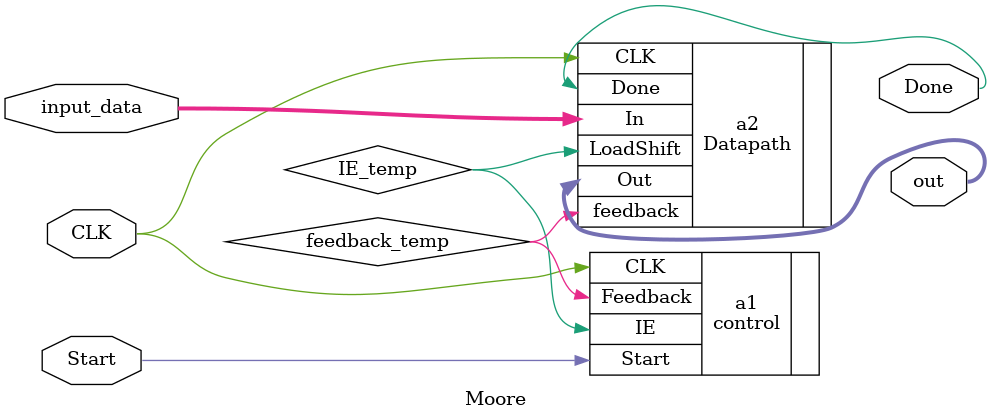
<source format=v>
module Moore(Start,CLK,input_data,out,Done);
  parameter n = 64;
	input  wire [n-1:0] input_data;
	input  wire CLK,Start;
	output [n-1:0]out;
	output Done;
	//tri [7:0]out;
	wire IE_temp;
	wire feedback_temp;
	//wire temp_Done;
	
	
	
	control a1(.Start(Start),.Feedback(feedback_temp),.CLK(CLK),.IE(IE_temp));
	Datapath a2(.CLK(CLK), .In(input_data),.LoadShift(IE_temp),.Out(out),.feedback(feedback_temp),.Done(Done));
	
	
	endmodule
	
	
  
  
  

</source>
